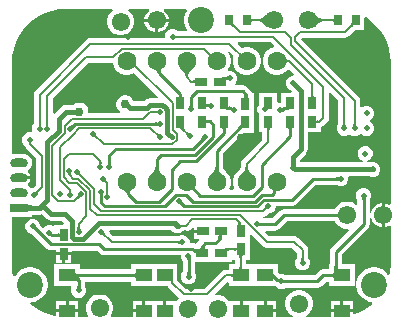
<source format=gtl>
G04*
G04 #@! TF.GenerationSoftware,Altium Limited,Altium Designer,23.10.1 (27)*
G04*
G04 Layer_Physical_Order=1*
G04 Layer_Color=255*
%FSLAX25Y25*%
%MOIN*%
G70*
G04*
G04 #@! TF.SameCoordinates,442CD837-0526-4CC3-B5C4-5EBA4434BA87*
G04*
G04*
G04 #@! TF.FilePolarity,Positive*
G04*
G01*
G75*
%ADD10C,0.01000*%
%ADD15R,0.05512X0.04331*%
%ADD16R,0.04000X0.03000*%
%ADD17R,0.02756X0.03347*%
%ADD18R,0.03000X0.04000*%
%ADD28C,0.01500*%
%ADD29C,0.00800*%
%ADD30C,0.06299*%
%ADD31C,0.06102*%
%ADD32O,0.06000X0.03000*%
%ADD33R,0.06000X0.03000*%
%ADD34C,0.08661*%
%ADD35C,0.02000*%
%ADD36C,0.03000*%
G36*
X60104Y-2285D02*
X59794Y-2750D01*
X59354Y-3811D01*
X59130Y-4938D01*
Y-6086D01*
X59354Y-7213D01*
X59794Y-8274D01*
X60026Y-8622D01*
X59790Y-9063D01*
X56998D01*
X56816Y-8881D01*
X55897Y-8500D01*
X54903D01*
X53984Y-8881D01*
X53281Y-9584D01*
X52900Y-10503D01*
Y-11463D01*
X27900D01*
X27159Y-11610D01*
X26530Y-12030D01*
X9614Y-28946D01*
X9194Y-29575D01*
X9047Y-30316D01*
Y-40086D01*
X8865Y-40268D01*
X8484Y-41187D01*
Y-42181D01*
X8632Y-42539D01*
X8249Y-42922D01*
X8197Y-42900D01*
X7203D01*
X6284Y-43281D01*
X5581Y-43984D01*
X5200Y-44903D01*
Y-45897D01*
X5581Y-46816D01*
X5943Y-47178D01*
X6016Y-47547D01*
X6436Y-48175D01*
X9963Y-51702D01*
Y-60398D01*
X9060Y-61300D01*
X8803D01*
X8154Y-61569D01*
X8121Y-61487D01*
X7640Y-60860D01*
X7165Y-60496D01*
X7114Y-59928D01*
X7302Y-59802D01*
X7855Y-58975D01*
X7949Y-58500D01*
X4000D01*
Y-57500D01*
X7949D01*
X7855Y-57025D01*
X7302Y-56198D01*
X7114Y-56072D01*
X7165Y-55504D01*
X7640Y-55140D01*
X8121Y-54513D01*
X8423Y-53783D01*
X8526Y-53000D01*
X8423Y-52217D01*
X8121Y-51487D01*
X7640Y-50860D01*
X7013Y-50380D01*
X6283Y-50077D01*
X5500Y-49974D01*
X2500D01*
X2124Y-50024D01*
X1748Y-49694D01*
Y-19340D01*
X1879Y-17346D01*
X2336Y-15047D01*
X3090Y-12827D01*
X4127Y-10724D01*
X5429Y-8775D01*
X6975Y-7012D01*
X8738Y-5466D01*
X10687Y-4164D01*
X12790Y-3127D01*
X15010Y-2373D01*
X17309Y-1916D01*
X19303Y-1785D01*
X35232D01*
X35362Y-2268D01*
X35206Y-2358D01*
X34358Y-3206D01*
X33759Y-4243D01*
X33449Y-5401D01*
Y-6599D01*
X33759Y-7757D01*
X34358Y-8794D01*
X35206Y-9642D01*
X36243Y-10241D01*
X37401Y-10551D01*
X38599D01*
X39757Y-10241D01*
X40795Y-9642D01*
X41642Y-8794D01*
X42241Y-7757D01*
X42551Y-6599D01*
Y-5401D01*
X42241Y-4243D01*
X41642Y-3206D01*
X40795Y-2358D01*
X40638Y-2268D01*
X40768Y-1785D01*
X47386D01*
X47472Y-2108D01*
X47486Y-2285D01*
X46758Y-3012D01*
X46225Y-3936D01*
X45949Y-4967D01*
Y-5000D01*
X50000D01*
X54051D01*
Y-4967D01*
X53775Y-3936D01*
X53242Y-3012D01*
X52514Y-2285D01*
X52528Y-2108D01*
X52614Y-1785D01*
X59837D01*
X60104Y-2285D01*
D02*
G37*
G36*
X109146Y-6300D02*
X109138Y-6224D01*
X109114Y-6156D01*
X109073Y-6096D01*
X109016Y-6044D01*
X108943Y-6000D01*
X108854Y-5964D01*
X108748Y-5936D01*
X108626Y-5916D01*
X108488Y-5904D01*
X108334Y-5900D01*
Y-5100D01*
X108488Y-5096D01*
X108626Y-5084D01*
X108748Y-5064D01*
X108854Y-5036D01*
X108943Y-5000D01*
X109016Y-4956D01*
X109073Y-4904D01*
X109114Y-4844D01*
X109138Y-4776D01*
X109146Y-4700D01*
Y-6300D01*
D02*
G37*
G36*
X81362Y-4776D02*
X81386Y-4844D01*
X81427Y-4904D01*
X81484Y-4956D01*
X81557Y-5000D01*
X81646Y-5036D01*
X81752Y-5064D01*
X81874Y-5084D01*
X82012Y-5096D01*
X82166Y-5100D01*
Y-5900D01*
X82012Y-5904D01*
X81874Y-5916D01*
X81752Y-5936D01*
X81646Y-5964D01*
X81557Y-6000D01*
X81484Y-6044D01*
X81427Y-6096D01*
X81386Y-6156D01*
X81362Y-6224D01*
X81354Y-6300D01*
Y-4700D01*
X81362Y-4776D01*
D02*
G37*
G36*
X116171Y-7161D02*
X116109Y-7116D01*
X116035Y-7093D01*
X115950D01*
X115854Y-7116D01*
X115747Y-7161D01*
X115628Y-7229D01*
X115498Y-7320D01*
X115356Y-7433D01*
X115040Y-7727D01*
X114474Y-7161D01*
X114632Y-6997D01*
X114881Y-6703D01*
X114972Y-6573D01*
X115040Y-6454D01*
X115085Y-6347D01*
X115107Y-6250D01*
Y-6166D01*
X115085Y-6092D01*
X115040Y-6030D01*
X116171Y-7161D01*
D02*
G37*
G36*
X103012Y-3694D02*
X103924Y-4475D01*
X104199Y-4666D01*
X104459Y-4822D01*
X104705Y-4944D01*
X104936Y-5031D01*
X105153Y-5083D01*
X105356Y-5100D01*
Y-5900D01*
X105153Y-5917D01*
X104936Y-5969D01*
X104705Y-6056D01*
X104459Y-6178D01*
X104199Y-6334D01*
X103924Y-6525D01*
X103635Y-6751D01*
X103012Y-7306D01*
X102679Y-7636D01*
Y-3364D01*
X103012Y-3694D01*
D02*
G37*
G36*
X86821Y-7636D02*
X86488Y-7306D01*
X85576Y-6525D01*
X85301Y-6334D01*
X85041Y-6178D01*
X84795Y-6056D01*
X84563Y-5969D01*
X84347Y-5917D01*
X84144Y-5900D01*
Y-5100D01*
X84347Y-5083D01*
X84563Y-5031D01*
X84795Y-4944D01*
X85041Y-4822D01*
X85301Y-4666D01*
X85576Y-4475D01*
X85865Y-4250D01*
X86488Y-3694D01*
X86821Y-3364D01*
Y-7636D01*
D02*
G37*
G36*
X75404Y-6091D02*
X75383Y-6164D01*
X75384Y-6248D01*
X75408Y-6344D01*
X75454Y-6451D01*
X75524Y-6570D01*
X75615Y-6701D01*
X75730Y-6842D01*
X76026Y-7161D01*
X75460Y-7727D01*
X75295Y-7567D01*
X75000Y-7316D01*
X74869Y-7224D01*
X74750Y-7155D01*
X74643Y-7109D01*
X74547Y-7085D01*
X74463Y-7084D01*
X74390Y-7105D01*
X74329Y-7149D01*
X75448Y-6030D01*
X75404Y-6091D01*
D02*
G37*
G36*
X93006Y-18126D02*
X93079Y-18248D01*
X93164Y-18355D01*
X93261Y-18448D01*
X93371Y-18527D01*
X93493Y-18591D01*
X93628Y-18641D01*
X93774Y-18677D01*
X93934Y-18698D01*
X94105Y-18705D01*
Y-19505D01*
X93934Y-19512D01*
X93774Y-19534D01*
X93628Y-19570D01*
X93493Y-19620D01*
X93371Y-19684D01*
X93261Y-19763D01*
X93164Y-19856D01*
X93079Y-19963D01*
X93006Y-20085D01*
X92946Y-20221D01*
Y-17990D01*
X93006Y-18126D01*
D02*
G37*
G36*
X51509Y-21881D02*
X51442Y-21948D01*
X51383Y-22029D01*
X51332Y-22124D01*
X51289Y-22233D01*
X51253Y-22356D01*
X51226Y-22494D01*
X51206Y-22645D01*
X51195Y-22811D01*
X51191Y-22991D01*
X50191D01*
X50186Y-22856D01*
X50172Y-22734D01*
X50150Y-22626D01*
X50118Y-22531D01*
X50077Y-22450D01*
X50026Y-22382D01*
X49967Y-22327D01*
X49898Y-22286D01*
X49821Y-22258D01*
X49734Y-22244D01*
X51583Y-21828D01*
X51509Y-21881D01*
D02*
G37*
G36*
X89160Y-13999D02*
X89011Y-14557D01*
X88205Y-14773D01*
X87145Y-15385D01*
X86279Y-16251D01*
X85667Y-17311D01*
X85350Y-18494D01*
Y-19718D01*
X85667Y-20900D01*
X86279Y-21961D01*
X87145Y-22826D01*
X88205Y-23438D01*
X89388Y-23755D01*
X90612D01*
X91795Y-23438D01*
X92855Y-22826D01*
X93721Y-21961D01*
X94163Y-21902D01*
X95760Y-23500D01*
X95553Y-24000D01*
X95003D01*
X94084Y-24381D01*
X93381Y-25084D01*
X93000Y-26003D01*
Y-26997D01*
X93381Y-27916D01*
X94084Y-28619D01*
X94581Y-28825D01*
X94995Y-29240D01*
X94804Y-29702D01*
X91567D01*
Y-33013D01*
X91437Y-33100D01*
X90703D01*
X90649Y-33122D01*
X90233Y-32844D01*
Y-29702D01*
X84233D01*
Y-33478D01*
X84127Y-33637D01*
X83981Y-33784D01*
X83901Y-33975D01*
X83849Y-34053D01*
X83831Y-34145D01*
X83600Y-34703D01*
Y-35697D01*
X83981Y-36616D01*
X84233Y-36869D01*
Y-42898D01*
X85296D01*
Y-45364D01*
X78630Y-52030D01*
X78210Y-52659D01*
X78063Y-53400D01*
Y-54465D01*
X78035Y-54539D01*
X77970Y-54668D01*
X77866Y-54841D01*
X77740Y-55021D01*
X77013Y-55867D01*
X76709Y-56174D01*
X76629Y-56296D01*
X76279Y-56645D01*
X75667Y-57705D01*
X75350Y-58888D01*
Y-60112D01*
X75667Y-61294D01*
X75802Y-61528D01*
X75552Y-61961D01*
X74448D01*
X74198Y-61528D01*
X74333Y-61294D01*
X74650Y-60112D01*
Y-58888D01*
X74333Y-57705D01*
X73721Y-56645D01*
X73372Y-56297D01*
X73293Y-56177D01*
X73001Y-55880D01*
X72521Y-55334D01*
X72360Y-55122D01*
X72228Y-54923D01*
X72133Y-54757D01*
X72073Y-54627D01*
X72043Y-54540D01*
X72039Y-54524D01*
Y-49845D01*
X78885Y-42998D01*
X82600D01*
Y-36802D01*
Y-29802D01*
X81730D01*
X81671Y-29507D01*
X81229Y-28845D01*
X80142Y-27758D01*
X79480Y-27316D01*
X78700Y-27161D01*
X76382D01*
X76175Y-26661D01*
X76519Y-26316D01*
X76900Y-25397D01*
Y-24403D01*
X76519Y-23484D01*
X75816Y-22781D01*
X74897Y-22400D01*
X73988D01*
X73811Y-22149D01*
X73734Y-21938D01*
X74333Y-20900D01*
X74650Y-19718D01*
Y-18494D01*
X74333Y-17311D01*
X73721Y-16251D01*
X74090Y-15935D01*
X75625Y-17470D01*
X75350Y-18494D01*
Y-19718D01*
X75667Y-20900D01*
X76279Y-21961D01*
X77145Y-22826D01*
X78205Y-23438D01*
X79388Y-23755D01*
X80612D01*
X81795Y-23438D01*
X82855Y-22826D01*
X83721Y-21961D01*
X84333Y-20900D01*
X84650Y-19718D01*
Y-18494D01*
X84333Y-17311D01*
X83721Y-16251D01*
X82855Y-15385D01*
X81795Y-14773D01*
X80612Y-14456D01*
X79388D01*
X78364Y-14730D01*
X77033Y-13399D01*
X77225Y-12937D01*
X88098D01*
X89160Y-13999D01*
D02*
G37*
G36*
X61862Y-21701D02*
X61050Y-22646D01*
X60851Y-22930D01*
X60689Y-23199D01*
X60562Y-23452D01*
X60472Y-23690D01*
X60418Y-23912D01*
X60400Y-24119D01*
X59600D01*
X59582Y-23912D01*
X59528Y-23690D01*
X59438Y-23452D01*
X59311Y-23199D01*
X59149Y-22930D01*
X58950Y-22646D01*
X58716Y-22346D01*
X58138Y-21701D01*
X57795Y-21355D01*
X62205D01*
X61862Y-21701D01*
D02*
G37*
G36*
X73686Y-24501D02*
X73886Y-24500D01*
Y-25300D01*
X73733Y-25304D01*
X73686Y-25308D01*
Y-25600D01*
X73625Y-25543D01*
X73560Y-25492D01*
X73490Y-25447D01*
X73416Y-25408D01*
X73340Y-25376D01*
X73279Y-25400D01*
X73206Y-25444D01*
X73149Y-25496D01*
X73108Y-25556D01*
X73083Y-25624D01*
X73074Y-25700D01*
X73078Y-25312D01*
X73078Y-25312D01*
X72983Y-25303D01*
X72883Y-25300D01*
Y-24500D01*
X72983Y-24497D01*
X73078Y-24488D01*
X73169Y-24473D01*
X73256Y-24452D01*
X73338Y-24425D01*
X73416Y-24392D01*
X73490Y-24353D01*
X73560Y-24308D01*
X73625Y-24257D01*
X73686Y-24200D01*
Y-24501D01*
D02*
G37*
G36*
X62926Y-26800D02*
X62917Y-26724D01*
X62893Y-26656D01*
X62853Y-26596D01*
X62796Y-26544D01*
X62723Y-26500D01*
X62633Y-26464D01*
X62528Y-26436D01*
X62406Y-26416D01*
X62268Y-26404D01*
X62114Y-26400D01*
Y-25600D01*
X62268Y-25596D01*
X62406Y-25584D01*
X62528Y-25564D01*
X62633Y-25536D01*
X62723Y-25500D01*
X62796Y-25456D01*
X62853Y-25404D01*
X62893Y-25344D01*
X62917Y-25276D01*
X62926Y-25200D01*
Y-26800D01*
D02*
G37*
G36*
X102304Y-30568D02*
X102316Y-30706D01*
X102336Y-30828D01*
X102364Y-30933D01*
X102400Y-31023D01*
X102444Y-31096D01*
X102496Y-31152D01*
X102556Y-31193D01*
X102624Y-31218D01*
X102700Y-31226D01*
X101100D01*
X101176Y-31218D01*
X101244Y-31193D01*
X101304Y-31152D01*
X101356Y-31096D01*
X101400Y-31023D01*
X101436Y-30933D01*
X101464Y-30828D01*
X101484Y-30706D01*
X101496Y-30568D01*
X101500Y-30414D01*
X102300D01*
X102304Y-30568D01*
D02*
G37*
G36*
X58405Y-30406D02*
X58420Y-30578D01*
X58445Y-30730D01*
X58480Y-30861D01*
X58525Y-30973D01*
X58580Y-31064D01*
X58645Y-31135D01*
X58720Y-31185D01*
X58805Y-31215D01*
X58900Y-31226D01*
X56900D01*
X56995Y-31215D01*
X57080Y-31185D01*
X57155Y-31135D01*
X57220Y-31064D01*
X57275Y-30973D01*
X57320Y-30861D01*
X57355Y-30730D01*
X57380Y-30578D01*
X57395Y-30406D01*
X57400Y-30214D01*
X58400D01*
X58405Y-30406D01*
D02*
G37*
G36*
X80292Y-30506D02*
X80307Y-30678D01*
X80332Y-30830D01*
X80367Y-30961D01*
X80412Y-31073D01*
X80467Y-31164D01*
X80532Y-31234D01*
X80607Y-31285D01*
X80692Y-31315D01*
X80787Y-31326D01*
X78787D01*
X78882Y-31315D01*
X78967Y-31285D01*
X79042Y-31234D01*
X79107Y-31164D01*
X79162Y-31073D01*
X79207Y-30961D01*
X79242Y-30830D01*
X79267Y-30678D01*
X79282Y-30506D01*
X79287Y-30314D01*
X80287D01*
X80292Y-30506D01*
D02*
G37*
G36*
X35667Y-20900D02*
X36279Y-21961D01*
X37145Y-22826D01*
X38205Y-23438D01*
X39388Y-23755D01*
X40612D01*
X41795Y-23438D01*
X42495Y-23034D01*
X50454Y-30994D01*
X50263Y-31456D01*
X47817D01*
X46939Y-31631D01*
X46194Y-32128D01*
X45916Y-32406D01*
X42313D01*
X42296Y-32342D01*
X41901Y-31658D01*
X41342Y-31099D01*
X40658Y-30704D01*
X39895Y-30500D01*
X39105D01*
X38342Y-30704D01*
X37658Y-31099D01*
X37099Y-31658D01*
X36704Y-32342D01*
X36500Y-33105D01*
Y-33895D01*
X36704Y-34658D01*
X37099Y-35342D01*
X37658Y-35901D01*
X37881Y-36029D01*
X37747Y-36529D01*
X27356D01*
X27253Y-36395D01*
Y-35605D01*
X27049Y-34842D01*
X26654Y-34158D01*
X26095Y-33599D01*
X25411Y-33204D01*
X24648Y-33000D01*
X23858D01*
X23095Y-33204D01*
X22411Y-33599D01*
X22304Y-33706D01*
X19900D01*
X19022Y-33880D01*
X18278Y-34378D01*
X15980Y-36676D01*
X15480Y-36468D01*
Y-31421D01*
X27159Y-19743D01*
X35357D01*
X35667Y-20900D01*
D02*
G37*
G36*
X62002Y-33791D02*
X62020Y-33983D01*
X62036Y-34068D01*
X62056Y-34145D01*
X62081Y-34215D01*
X62110Y-34277D01*
X62144Y-34332D01*
X62182Y-34380D01*
X62225Y-34419D01*
X60832Y-34559D01*
X60864Y-34516D01*
X60892Y-34465D01*
X60918Y-34407D01*
X60940Y-34341D01*
X60958Y-34269D01*
X60973Y-34189D01*
X60985Y-34103D01*
X60998Y-33908D01*
X61000Y-33800D01*
X62000Y-33683D01*
X62002Y-33791D01*
D02*
G37*
G36*
X66731Y-32997D02*
X66761Y-33082D01*
X66811Y-33157D01*
X66881Y-33222D01*
X66971Y-33277D01*
X67081Y-33322D01*
X67211Y-33357D01*
X67361Y-33382D01*
X67418Y-33387D01*
X67637Y-33372D01*
X67697Y-33361D01*
X67749Y-33349D01*
X67792Y-33334D01*
X67827Y-33319D01*
X67721Y-33658D01*
Y-34402D01*
X67531Y-34407D01*
X67486Y-34411D01*
X67409Y-34655D01*
X67379Y-34607D01*
X67340Y-34564D01*
X67293Y-34526D01*
X67237Y-34493D01*
X67172Y-34465D01*
X67159Y-34461D01*
X67081Y-34482D01*
X66971Y-34527D01*
X66881Y-34582D01*
X66811Y-34647D01*
X66761Y-34722D01*
X66731Y-34807D01*
X66721Y-34902D01*
Y-34402D01*
X66720Y-34402D01*
X66721Y-34400D01*
Y-32902D01*
X66731Y-32997D01*
D02*
G37*
G36*
X92581Y-35468D02*
X92128Y-35973D01*
X91592Y-34680D01*
X91644Y-34697D01*
X91699Y-34703D01*
X91757Y-34699D01*
X91818Y-34686D01*
X91882Y-34662D01*
X91948Y-34628D01*
X92018Y-34584D01*
X92090Y-34529D01*
X92165Y-34465D01*
X92243Y-34391D01*
X92581Y-35468D01*
D02*
G37*
G36*
X74060Y-34140D02*
X74078Y-34153D01*
X74107Y-34164D01*
X74147Y-34174D01*
X74199Y-34183D01*
X74262Y-34189D01*
X74521Y-34201D01*
X74631Y-34202D01*
Y-35202D01*
X74055Y-35190D01*
Y-34125D01*
X74060Y-34140D01*
D02*
G37*
G36*
X66731Y-38402D02*
X66758Y-38475D01*
X66805Y-38539D01*
X66869Y-38594D01*
X66953Y-38641D01*
X67055Y-38679D01*
X67175Y-38709D01*
X67314Y-38730D01*
X67472Y-38743D01*
X67647Y-38748D01*
Y-39748D01*
X67472Y-39752D01*
X67314Y-39765D01*
X67175Y-39786D01*
X67055Y-39816D01*
X66953Y-39854D01*
X66869Y-39901D01*
X66805Y-39956D01*
X66758Y-40020D01*
X66731Y-40093D01*
X66721Y-40174D01*
Y-38321D01*
X66731Y-38402D01*
D02*
G37*
G36*
X103384Y-38674D02*
X103409Y-38742D01*
X103449Y-38802D01*
X103506Y-38854D01*
X103579Y-38898D01*
X103668Y-38934D01*
X103774Y-38962D01*
X103896Y-38982D01*
X104034Y-38994D01*
X104188Y-38998D01*
Y-39798D01*
X104034Y-39802D01*
X103896Y-39814D01*
X103774Y-39834D01*
X103668Y-39862D01*
X103579Y-39898D01*
X103506Y-39942D01*
X103449Y-39994D01*
X103409Y-40054D01*
X103384Y-40122D01*
X103376Y-40198D01*
Y-38598D01*
X103384Y-38674D01*
D02*
G37*
G36*
X50286Y-40700D02*
X50243Y-40662D01*
X50193Y-40628D01*
X50136Y-40598D01*
X50072Y-40572D01*
X50000Y-40550D01*
X49921Y-40532D01*
X49835Y-40518D01*
X49742Y-40508D01*
X49534Y-40500D01*
Y-39500D01*
X49642Y-39498D01*
X49835Y-39482D01*
X49921Y-39468D01*
X50000Y-39450D01*
X50072Y-39428D01*
X50136Y-39402D01*
X50193Y-39372D01*
X50243Y-39338D01*
X50286Y-39300D01*
Y-40700D01*
D02*
G37*
G36*
X116403Y-40083D02*
X116412Y-40178D01*
X116427Y-40269D01*
X116448Y-40356D01*
X116475Y-40438D01*
X116508Y-40516D01*
X116547Y-40590D01*
X116592Y-40660D01*
X116643Y-40725D01*
X116700Y-40786D01*
X115300D01*
X115357Y-40725D01*
X115408Y-40660D01*
X115453Y-40590D01*
X115492Y-40516D01*
X115525Y-40438D01*
X115552Y-40356D01*
X115573Y-40269D01*
X115588Y-40178D01*
X115597Y-40083D01*
X115600Y-39983D01*
X116400D01*
X116403Y-40083D01*
D02*
G37*
G36*
X112903D02*
X112912Y-40178D01*
X112927Y-40269D01*
X112948Y-40356D01*
X112975Y-40438D01*
X113008Y-40516D01*
X113047Y-40590D01*
X113092Y-40660D01*
X113143Y-40725D01*
X113200Y-40786D01*
X111800D01*
X111857Y-40725D01*
X111908Y-40660D01*
X111953Y-40590D01*
X111992Y-40516D01*
X112025Y-40438D01*
X112052Y-40356D01*
X112073Y-40269D01*
X112088Y-40178D01*
X112097Y-40083D01*
X112100Y-39983D01*
X112900D01*
X112903Y-40083D01*
D02*
G37*
G36*
X22610Y-41037D02*
X22535Y-41114D01*
X22410Y-41263D01*
X22359Y-41333D01*
X22316Y-41402D01*
X22281Y-41468D01*
X22254Y-41532D01*
X22235Y-41594D01*
X22223Y-41653D01*
X22220Y-41710D01*
X21230Y-40720D01*
X21287Y-40717D01*
X21347Y-40705D01*
X21408Y-40686D01*
X21472Y-40659D01*
X21538Y-40624D01*
X21607Y-40581D01*
X21677Y-40530D01*
X21750Y-40471D01*
X21903Y-40330D01*
X22610Y-41037D01*
D02*
G37*
G36*
X87957Y-41383D02*
X87889Y-41407D01*
X87829Y-41447D01*
X87777Y-41504D01*
X87733Y-41577D01*
X87697Y-41667D01*
X87669Y-41772D01*
X87649Y-41894D01*
X87637Y-42032D01*
X87633Y-42186D01*
X86833D01*
X86829Y-42032D01*
X86817Y-41894D01*
X86797Y-41772D01*
X86769Y-41667D01*
X86733Y-41577D01*
X86689Y-41504D01*
X86637Y-41447D01*
X86577Y-41407D01*
X86509Y-41383D01*
X86433Y-41374D01*
X88033D01*
X87957Y-41383D01*
D02*
G37*
G36*
X59388Y-41386D02*
X59292Y-41392D01*
X59218Y-41409D01*
X59166Y-41437D01*
X59136Y-41477D01*
X59127Y-41528D01*
X59141Y-41590D01*
X59178Y-41664D01*
X59236Y-41748D01*
X59316Y-41845D01*
X59418Y-41952D01*
X58569Y-42235D01*
X58401Y-42072D01*
X58082Y-41797D01*
X57931Y-41686D01*
X57787Y-41591D01*
X57648Y-41513D01*
X57516Y-41453D01*
X57390Y-41410D01*
X57269Y-41384D01*
X57155Y-41374D01*
X59388Y-41386D01*
D02*
G37*
G36*
X95472Y-41385D02*
X95387Y-41415D01*
X95312Y-41465D01*
X95247Y-41536D01*
X95192Y-41627D01*
X95147Y-41739D01*
X95112Y-41870D01*
X95087Y-42022D01*
X95072Y-42194D01*
X95067Y-42386D01*
X94067D01*
X94062Y-42194D01*
X94047Y-42022D01*
X94022Y-41870D01*
X93987Y-41739D01*
X93942Y-41627D01*
X93887Y-41536D01*
X93822Y-41465D01*
X93747Y-41415D01*
X93662Y-41385D01*
X93567Y-41374D01*
X95567D01*
X95472Y-41385D01*
D02*
G37*
G36*
X73472D02*
X73387Y-41415D01*
X73312Y-41465D01*
X73247Y-41536D01*
X73192Y-41627D01*
X73147Y-41739D01*
X73112Y-41870D01*
X73087Y-42022D01*
X73072Y-42194D01*
X73067Y-42386D01*
X72067D01*
X72062Y-42194D01*
X72047Y-42022D01*
X72022Y-41870D01*
X71987Y-41739D01*
X71942Y-41627D01*
X71887Y-41536D01*
X71822Y-41465D01*
X71747Y-41415D01*
X71662Y-41385D01*
X71567Y-41374D01*
X73567D01*
X73472Y-41385D01*
D02*
G37*
G36*
X121111Y-5466D02*
X122874Y-7012D01*
X124420Y-8775D01*
X125722Y-10724D01*
X126759Y-12827D01*
X127513Y-15047D01*
X127970Y-17346D01*
X128105Y-19402D01*
X128101Y-19422D01*
Y-66746D01*
X127601Y-67035D01*
X127064Y-66725D01*
X126033Y-66449D01*
X126000D01*
Y-70500D01*
Y-74551D01*
X126033D01*
X127064Y-74275D01*
X127601Y-73965D01*
X128101Y-74254D01*
Y-86961D01*
X127970Y-88954D01*
X127710Y-90260D01*
X127220Y-90358D01*
X126970Y-89984D01*
X126158Y-89172D01*
X125203Y-88534D01*
X124142Y-88094D01*
X123015Y-87870D01*
X121867D01*
X120740Y-88094D01*
X119679Y-88534D01*
X118724Y-89172D01*
X117912Y-89984D01*
X117274Y-90939D01*
X116834Y-92000D01*
X116610Y-93126D01*
Y-94275D01*
X116834Y-95402D01*
X117274Y-96463D01*
X117912Y-97418D01*
X118724Y-98230D01*
X119679Y-98868D01*
X120740Y-99307D01*
X121844Y-99527D01*
X121945Y-99685D01*
X122063Y-99999D01*
X121111Y-100835D01*
X119162Y-102137D01*
X117059Y-103174D01*
X115957Y-103548D01*
X115551Y-103257D01*
Y-102905D01*
X111795D01*
X108039D01*
Y-104516D01*
X99781D01*
X99647Y-104016D01*
X100294Y-103642D01*
X101142Y-102795D01*
X101741Y-101757D01*
X102051Y-100599D01*
Y-99401D01*
X101741Y-98243D01*
X101142Y-97206D01*
X100294Y-96358D01*
X99257Y-95759D01*
X98099Y-95449D01*
X96901D01*
X95743Y-95759D01*
X94705Y-96358D01*
X93858Y-97206D01*
X93259Y-98243D01*
X92949Y-99401D01*
Y-100599D01*
X93259Y-101757D01*
X93858Y-102795D01*
X94705Y-103642D01*
X95353Y-104016D01*
X95219Y-104516D01*
X89961D01*
Y-102905D01*
X86205D01*
Y-102406D01*
X85705D01*
Y-99240D01*
X82449D01*
Y-99240D01*
X82051D01*
Y-99240D01*
X78795D01*
Y-102406D01*
X77795D01*
Y-99240D01*
X74539D01*
X74138Y-99002D01*
X73295Y-98158D01*
X72257Y-97559D01*
X71099Y-97249D01*
X69901D01*
X69864Y-97259D01*
X69614Y-96826D01*
X73539Y-92901D01*
X74039Y-93108D01*
Y-94260D01*
X89724D01*
X90182Y-94718D01*
X91101Y-95098D01*
X92096D01*
X93015Y-94718D01*
X93095Y-94638D01*
X103596D01*
X104377Y-94482D01*
X105038Y-94040D01*
X106445Y-92634D01*
X107539D01*
Y-94260D01*
X116051D01*
Y-86929D01*
X111834D01*
Y-83550D01*
X120442Y-74942D01*
X120884Y-74280D01*
X121039Y-73500D01*
X121039Y-73500D01*
Y-71436D01*
X121539Y-71371D01*
X121725Y-72064D01*
X122258Y-72988D01*
X123012Y-73742D01*
X123936Y-74275D01*
X124967Y-74551D01*
X125000D01*
Y-70500D01*
Y-66449D01*
X124967D01*
X123936Y-66725D01*
X123012Y-67258D01*
X122258Y-68012D01*
X121725Y-68936D01*
X121539Y-69629D01*
X121039Y-69564D01*
Y-65496D01*
X121119Y-65416D01*
X121500Y-64497D01*
Y-63503D01*
X121119Y-62584D01*
X120416Y-61881D01*
X119497Y-61500D01*
X118503D01*
X117584Y-61881D01*
X116881Y-62584D01*
X116500Y-63503D01*
Y-64497D01*
X116881Y-65416D01*
X116961Y-65496D01*
Y-66871D01*
X116499Y-67062D01*
X116295Y-66858D01*
X115257Y-66259D01*
X114099Y-65949D01*
X112901D01*
X111743Y-66259D01*
X110705Y-66858D01*
X109858Y-67706D01*
X109422Y-68461D01*
X92500D01*
X91720Y-68616D01*
X91058Y-69058D01*
X88555Y-71561D01*
X85481D01*
X85404Y-71469D01*
X85516Y-71126D01*
X85626Y-70958D01*
X86309Y-70822D01*
X86938Y-70402D01*
X87540Y-69800D01*
X87797D01*
X88716Y-69419D01*
X89419Y-68716D01*
X89800Y-67797D01*
Y-67339D01*
X95200D01*
X95980Y-67184D01*
X96642Y-66742D01*
X102943Y-60441D01*
X109905D01*
X109985Y-60521D01*
X110904Y-60902D01*
X111899D01*
X112818Y-60521D01*
X113521Y-59818D01*
X113902Y-58899D01*
Y-57904D01*
X114173Y-57498D01*
X121104D01*
X121601Y-57704D01*
X122596D01*
X123515Y-57323D01*
X124218Y-56620D01*
X124598Y-55701D01*
Y-54706D01*
X124218Y-53787D01*
X123515Y-53084D01*
X122596Y-52703D01*
X121601D01*
X121104Y-52909D01*
X120316D01*
X120216Y-52409D01*
X120916Y-52119D01*
X121619Y-51416D01*
X122000Y-50497D01*
Y-49503D01*
X121619Y-48584D01*
X120916Y-47881D01*
X119997Y-47500D01*
X119003D01*
X118084Y-47881D01*
X117381Y-48584D01*
X117000Y-49503D01*
Y-50497D01*
X117381Y-51416D01*
X118084Y-52119D01*
X118784Y-52409D01*
X118684Y-52909D01*
X97694D01*
Y-52050D01*
X99722Y-50022D01*
X100220Y-49278D01*
X100394Y-48400D01*
Y-42898D01*
X104900D01*
Y-41197D01*
X104943Y-41188D01*
X105571Y-40768D01*
X106970Y-39370D01*
X107390Y-38741D01*
X107537Y-38000D01*
Y-29826D01*
X107999Y-29634D01*
X110563Y-32198D01*
Y-39902D01*
X110381Y-40084D01*
X110000Y-41003D01*
Y-41997D01*
X110381Y-42916D01*
X111084Y-43619D01*
X112003Y-44000D01*
X112997D01*
X113916Y-43619D01*
X114250Y-43286D01*
X114584Y-43619D01*
X115503Y-44000D01*
X116497D01*
X117416Y-43619D01*
X118000Y-43036D01*
X118584Y-43619D01*
X119503Y-44000D01*
X120497D01*
X121416Y-43619D01*
X122119Y-42916D01*
X122500Y-41997D01*
Y-41003D01*
X122119Y-40084D01*
X121416Y-39381D01*
X121101Y-39250D01*
Y-38750D01*
X121416Y-38619D01*
X122119Y-37916D01*
X122500Y-36997D01*
Y-36003D01*
X122119Y-35084D01*
X121416Y-34381D01*
X120497Y-34000D01*
X119503D01*
X118584Y-34381D01*
X118399Y-34565D01*
X117937Y-34374D01*
Y-32350D01*
X117790Y-31609D01*
X117370Y-30980D01*
X98245Y-11855D01*
X98711Y-11388D01*
X112750D01*
X113491Y-11241D01*
X114119Y-10821D01*
X116256Y-8685D01*
X116268Y-8673D01*
X119283D01*
Y-4775D01*
X119724Y-4540D01*
X121111Y-5466D01*
D02*
G37*
G36*
X60283Y-42813D02*
X60357Y-42874D01*
X60432Y-42928D01*
X60508Y-42974D01*
X60585Y-43013D01*
X60664Y-43045D01*
X60743Y-43070D01*
X60824Y-43087D01*
X60907Y-43097D01*
X60990Y-43100D01*
X60000Y-44090D01*
X59997Y-44007D01*
X59987Y-43924D01*
X59970Y-43843D01*
X59945Y-43764D01*
X59913Y-43685D01*
X59874Y-43608D01*
X59828Y-43532D01*
X59774Y-43457D01*
X59713Y-43383D01*
X59645Y-43310D01*
X60211Y-42745D01*
X60283Y-42813D01*
D02*
G37*
G36*
X65990Y-45500D02*
X65933Y-45503D01*
X65873Y-45515D01*
X65812Y-45534D01*
X65748Y-45561D01*
X65682Y-45596D01*
X65613Y-45639D01*
X65543Y-45690D01*
X65470Y-45749D01*
X65317Y-45890D01*
X64610Y-45183D01*
X64684Y-45106D01*
X64810Y-44957D01*
X64861Y-44887D01*
X64904Y-44818D01*
X64939Y-44752D01*
X64966Y-44688D01*
X64985Y-44627D01*
X64997Y-44567D01*
X65000Y-44510D01*
X65990Y-45500D01*
D02*
G37*
G36*
X31703Y-52883D02*
X31712Y-52978D01*
X31727Y-53069D01*
X31748Y-53156D01*
X31775Y-53238D01*
X31808Y-53316D01*
X31847Y-53390D01*
X31892Y-53460D01*
X31943Y-53525D01*
X32000Y-53586D01*
X30600D01*
X30657Y-53525D01*
X30708Y-53460D01*
X30753Y-53390D01*
X30792Y-53316D01*
X30825Y-53238D01*
X30852Y-53156D01*
X30873Y-53069D01*
X30888Y-52978D01*
X30897Y-52883D01*
X30900Y-52784D01*
X31700D01*
X31703Y-52883D01*
D02*
G37*
G36*
X34802Y-53241D02*
X34818Y-53435D01*
X34832Y-53521D01*
X34850Y-53600D01*
X34872Y-53671D01*
X34898Y-53736D01*
X34928Y-53793D01*
X34962Y-53843D01*
X35000Y-53886D01*
X33600D01*
X33638Y-53843D01*
X33672Y-53793D01*
X33702Y-53736D01*
X33728Y-53671D01*
X33750Y-53600D01*
X33768Y-53521D01*
X33782Y-53435D01*
X33792Y-53342D01*
X33800Y-53134D01*
X34800D01*
X34802Y-53241D01*
D02*
G37*
G36*
X80418Y-54693D02*
X80472Y-54915D01*
X80562Y-55153D01*
X80689Y-55406D01*
X80851Y-55675D01*
X81050Y-55959D01*
X81284Y-56259D01*
X81862Y-56905D01*
X82205Y-57251D01*
X77795D01*
X78138Y-56905D01*
X78950Y-55959D01*
X79149Y-55675D01*
X79311Y-55406D01*
X79438Y-55153D01*
X79528Y-54915D01*
X79582Y-54693D01*
X79600Y-54486D01*
X80400D01*
X80418Y-54693D01*
D02*
G37*
G36*
X70517Y-54722D02*
X70568Y-54956D01*
X70653Y-55201D01*
X70773Y-55459D01*
X70926Y-55728D01*
X71114Y-56009D01*
X71335Y-56301D01*
X71881Y-56923D01*
X72205Y-57251D01*
X67795D01*
X68119Y-56923D01*
X68665Y-56301D01*
X68886Y-56009D01*
X69074Y-55728D01*
X69227Y-55459D01*
X69347Y-55201D01*
X69432Y-54956D01*
X69483Y-54722D01*
X69500Y-54501D01*
X70500D01*
X70517Y-54722D01*
D02*
G37*
G36*
X21462Y-56732D02*
X21459Y-56750D01*
X21457Y-56778D01*
X21451Y-56993D01*
X21449Y-57262D01*
X20649D01*
X20649Y-57187D01*
X20633Y-56927D01*
X20627Y-56898D01*
X20620Y-56876D01*
X20612Y-56862D01*
X20604Y-56855D01*
X21465Y-56725D01*
X21462Y-56732D01*
D02*
G37*
G36*
X50564Y-54512D02*
X50581Y-54731D01*
X50631Y-54963D01*
X50716Y-55209D01*
X50834Y-55467D01*
X50986Y-55739D01*
X51171Y-56024D01*
X51390Y-56323D01*
X51930Y-56958D01*
X52250Y-57296D01*
X47842Y-57206D01*
X48169Y-56887D01*
X48720Y-56281D01*
X48944Y-55994D01*
X49134Y-55717D01*
X49288Y-55451D01*
X49409Y-55195D01*
X49495Y-54950D01*
X49547Y-54715D01*
X49564Y-54491D01*
X50564Y-54512D01*
D02*
G37*
G36*
X110687Y-59102D02*
X110645Y-59064D01*
X110595Y-59030D01*
X110537Y-59000D01*
X110473Y-58974D01*
X110401Y-58952D01*
X110323Y-58934D01*
X110237Y-58920D01*
X110143Y-58910D01*
X109935Y-58902D01*
Y-57902D01*
X110043Y-57900D01*
X110237Y-57884D01*
X110323Y-57870D01*
X110401Y-57852D01*
X110473Y-57830D01*
X110537Y-57804D01*
X110595Y-57774D01*
X110645Y-57740D01*
X110687Y-57702D01*
Y-59102D01*
D02*
G37*
G36*
X21546Y-62336D02*
X21564Y-62561D01*
X21575Y-62620D01*
X21588Y-62669D01*
X21603Y-62711D01*
X21622Y-62744D01*
X21642Y-62768D01*
X21665Y-62784D01*
X20645Y-62862D01*
X20664Y-62843D01*
X20681Y-62815D01*
X20696Y-62777D01*
X20709Y-62730D01*
X20719Y-62673D01*
X20729Y-62606D01*
X20740Y-62444D01*
X20744Y-62244D01*
X21544D01*
X21546Y-62336D01*
D02*
G37*
G36*
X41476Y-62295D02*
X41384Y-62378D01*
X41303Y-62475D01*
X41232Y-62586D01*
X41173Y-62710D01*
X41124Y-62848D01*
X41086Y-63000D01*
X41059Y-63165D01*
X41043Y-63345D01*
X41038Y-63538D01*
X40038D01*
X40031Y-63379D01*
X40013Y-63235D01*
X39983Y-63105D01*
X39941Y-62990D01*
X39886Y-62888D01*
X39819Y-62802D01*
X39740Y-62729D01*
X39649Y-62671D01*
X39546Y-62627D01*
X39430Y-62598D01*
X41578Y-62226D01*
X41476Y-62295D01*
D02*
G37*
G36*
X10655Y-63011D02*
X10587Y-63083D01*
X10526Y-63157D01*
X10472Y-63232D01*
X10426Y-63308D01*
X10387Y-63385D01*
X10355Y-63464D01*
X10330Y-63543D01*
X10313Y-63624D01*
X10303Y-63707D01*
X10300Y-63790D01*
X9310Y-62800D01*
X9393Y-62797D01*
X9476Y-62787D01*
X9557Y-62770D01*
X9636Y-62745D01*
X9715Y-62713D01*
X9792Y-62674D01*
X9868Y-62628D01*
X9943Y-62574D01*
X10017Y-62513D01*
X10090Y-62445D01*
X10655Y-63011D01*
D02*
G37*
G36*
X24690Y-64600D02*
X24607Y-64603D01*
X24524Y-64613D01*
X24443Y-64630D01*
X24364Y-64655D01*
X24285Y-64687D01*
X24208Y-64726D01*
X24132Y-64772D01*
X24057Y-64826D01*
X23983Y-64887D01*
X23911Y-64955D01*
X23345Y-64389D01*
X23413Y-64317D01*
X23474Y-64243D01*
X23528Y-64168D01*
X23574Y-64092D01*
X23613Y-64015D01*
X23645Y-63936D01*
X23670Y-63857D01*
X23687Y-63776D01*
X23697Y-63693D01*
X23700Y-63610D01*
X24690Y-64600D01*
D02*
G37*
G36*
X119662Y-64757D02*
X119628Y-64807D01*
X119598Y-64864D01*
X119572Y-64929D01*
X119550Y-65000D01*
X119532Y-65079D01*
X119518Y-65165D01*
X119508Y-65258D01*
X119500Y-65466D01*
X118500D01*
X118498Y-65359D01*
X118482Y-65165D01*
X118468Y-65079D01*
X118450Y-65000D01*
X118428Y-64929D01*
X118402Y-64864D01*
X118372Y-64807D01*
X118338Y-64757D01*
X118300Y-64714D01*
X119700D01*
X119662Y-64757D01*
D02*
G37*
G36*
X7003Y-66652D02*
X7048Y-66778D01*
X7123Y-66888D01*
X7228Y-66984D01*
X7363Y-67066D01*
X7528Y-67132D01*
X7723Y-67184D01*
X7948Y-67220D01*
X8203Y-67243D01*
X8488Y-67250D01*
Y-68750D01*
X8203Y-68757D01*
X7948Y-68779D01*
X7723Y-68816D01*
X7528Y-68868D01*
X7363Y-68935D01*
X7228Y-69016D01*
X7123Y-69112D01*
X7048Y-69222D01*
X7003Y-69348D01*
X6988Y-69488D01*
Y-66512D01*
X7003Y-66652D01*
D02*
G37*
G36*
X13328Y-71772D02*
X14072Y-72269D01*
X14950Y-72444D01*
X18421D01*
X19177Y-73200D01*
X18970Y-73700D01*
X16000D01*
Y-73811D01*
X15500Y-74091D01*
X14797Y-73800D01*
X13803D01*
X12884Y-74181D01*
X12274Y-74790D01*
X11300Y-73816D01*
Y-73703D01*
X10919Y-72784D01*
X10216Y-72081D01*
X9297Y-71700D01*
X8303D01*
X7384Y-72081D01*
X6681Y-72784D01*
X6300Y-73703D01*
Y-74697D01*
X6681Y-75616D01*
X7384Y-76319D01*
X8303Y-76700D01*
X8416D01*
X13358Y-81642D01*
X14020Y-82084D01*
X14800Y-82239D01*
X16500D01*
Y-82798D01*
X19000D01*
X21500D01*
Y-82693D01*
X21904Y-82289D01*
X30105D01*
X31058Y-83242D01*
X31720Y-83684D01*
X32500Y-83839D01*
X58000D01*
Y-84497D01*
X58381Y-85416D01*
X58662Y-85697D01*
Y-89504D01*
X58581Y-89584D01*
X58201Y-90503D01*
Y-91497D01*
X58581Y-92416D01*
X59285Y-93119D01*
X60203Y-93500D01*
X61198D01*
X62117Y-93119D01*
X62820Y-92416D01*
X63201Y-91497D01*
Y-90503D01*
X62820Y-89584D01*
X62740Y-89504D01*
Y-86100D01*
X74998D01*
Y-85898D01*
X75000Y-85398D01*
X76063D01*
Y-86929D01*
X74039D01*
Y-88657D01*
X73106D01*
X72364Y-88805D01*
X71736Y-89225D01*
X65998Y-94963D01*
X59813D01*
X56961Y-92111D01*
Y-86929D01*
X41539D01*
Y-88555D01*
X24461D01*
Y-86929D01*
X15949D01*
Y-94260D01*
X21358D01*
X21635Y-94676D01*
X21500Y-95003D01*
Y-95997D01*
X21881Y-96916D01*
X22584Y-97619D01*
X23503Y-98000D01*
X24497D01*
X25416Y-97619D01*
X26119Y-96916D01*
X26500Y-95997D01*
Y-95003D01*
X26119Y-94084D01*
X26039Y-94004D01*
Y-92634D01*
X41539D01*
Y-94260D01*
X53651D01*
X53691Y-94320D01*
X57617Y-98246D01*
X56958Y-98905D01*
X56882Y-99037D01*
X56461Y-99240D01*
Y-99240D01*
X56461Y-99240D01*
X53205D01*
Y-102406D01*
X52205D01*
Y-99240D01*
X46295D01*
Y-102406D01*
X45795D01*
Y-102905D01*
X42039D01*
Y-104516D01*
X35092D01*
X34803Y-104016D01*
X35241Y-103257D01*
X35551Y-102099D01*
Y-100901D01*
X35241Y-99743D01*
X34642Y-98706D01*
X33795Y-97858D01*
X32757Y-97259D01*
X31599Y-96949D01*
X30401D01*
X29243Y-97259D01*
X28205Y-97858D01*
X27358Y-98706D01*
X26759Y-99743D01*
X26449Y-100901D01*
Y-102099D01*
X26759Y-103257D01*
X27197Y-104016D01*
X26908Y-104516D01*
X23961D01*
Y-102905D01*
X20205D01*
X16449D01*
Y-103820D01*
X16063Y-104137D01*
X15010Y-103928D01*
X12790Y-103174D01*
X10687Y-102137D01*
X8738Y-100835D01*
X7822Y-100031D01*
X8010Y-99532D01*
X8448D01*
X9575Y-99307D01*
X10636Y-98868D01*
X11591Y-98230D01*
X12403Y-97418D01*
X13041Y-96463D01*
X13481Y-95402D01*
X13705Y-94275D01*
Y-93126D01*
X13481Y-92000D01*
X13041Y-90939D01*
X12403Y-89984D01*
X11591Y-89172D01*
X10636Y-88534D01*
X9575Y-88094D01*
X8448Y-87870D01*
X7300D01*
X6173Y-88094D01*
X5112Y-88534D01*
X4157Y-89172D01*
X3345Y-89984D01*
X2766Y-90851D01*
X2462Y-90847D01*
X2238Y-90763D01*
X1879Y-88954D01*
X1748Y-86961D01*
Y-71000D01*
X6797D01*
X6825Y-71009D01*
X6907Y-71001D01*
X6988Y-71017D01*
X7075Y-71000D01*
X8500D01*
Y-70294D01*
X11000D01*
X11709Y-70153D01*
X13328Y-71772D01*
D02*
G37*
G36*
X78103Y-73138D02*
X78113Y-73261D01*
X78128Y-73370D01*
X78150Y-73464D01*
X78178Y-73544D01*
X78213Y-73610D01*
X78254Y-73660D01*
X78301Y-73697D01*
X78354Y-73718D01*
X78414Y-73726D01*
X76986D01*
X77046Y-73718D01*
X77099Y-73697D01*
X77146Y-73660D01*
X77187Y-73610D01*
X77222Y-73544D01*
X77250Y-73464D01*
X77272Y-73370D01*
X77288Y-73261D01*
X77297Y-73138D01*
X77300Y-73000D01*
X78100D01*
X78103Y-73138D01*
D02*
G37*
G36*
X84357Y-72938D02*
X84407Y-72972D01*
X84464Y-73002D01*
X84528Y-73028D01*
X84600Y-73050D01*
X84679Y-73068D01*
X84765Y-73082D01*
X84858Y-73092D01*
X85066Y-73100D01*
Y-74100D01*
X84958Y-74102D01*
X84765Y-74118D01*
X84679Y-74132D01*
X84600Y-74150D01*
X84528Y-74172D01*
X84464Y-74198D01*
X84407Y-74228D01*
X84357Y-74262D01*
X84314Y-74300D01*
Y-72900D01*
X84357Y-72938D01*
D02*
G37*
G36*
X24403Y-74583D02*
X24412Y-74678D01*
X24427Y-74769D01*
X24448Y-74856D01*
X24475Y-74938D01*
X24508Y-75016D01*
X24547Y-75090D01*
X24592Y-75160D01*
X24643Y-75225D01*
X24700Y-75286D01*
X23300D01*
X23357Y-75225D01*
X23408Y-75160D01*
X23453Y-75090D01*
X23492Y-75016D01*
X23525Y-74938D01*
X23552Y-74856D01*
X23573Y-74769D01*
X23588Y-74678D01*
X23597Y-74583D01*
X23600Y-74484D01*
X24400D01*
X24403Y-74583D01*
D02*
G37*
G36*
X9803Y-74267D02*
X9815Y-74326D01*
X9834Y-74388D01*
X9861Y-74452D01*
X9896Y-74518D01*
X9939Y-74587D01*
X9990Y-74657D01*
X10049Y-74730D01*
X10190Y-74883D01*
X9483Y-75590D01*
X9406Y-75516D01*
X9257Y-75390D01*
X9187Y-75339D01*
X9118Y-75296D01*
X9052Y-75261D01*
X8988Y-75234D01*
X8926Y-75215D01*
X8867Y-75203D01*
X8810Y-75200D01*
X9800Y-74210D01*
X9803Y-74267D01*
D02*
G37*
G36*
X62500Y-74693D02*
Y-75400D01*
X65500D01*
Y-76400D01*
X62500D01*
Y-78400D01*
X64063D01*
X64254Y-78862D01*
X63872Y-79244D01*
X63456Y-79867D01*
X63261Y-79935D01*
X62902Y-79997D01*
X62780Y-79916D01*
X62000Y-79761D01*
X61000D01*
Y-79003D01*
X60619Y-78084D01*
X59916Y-77381D01*
X58997Y-77000D01*
X58003D01*
X57084Y-77381D01*
X56902Y-77563D01*
X35802D01*
X34234Y-75994D01*
X34441Y-75494D01*
X54958D01*
X55584Y-76119D01*
X56503Y-76500D01*
X57497D01*
X58416Y-76119D01*
X58598Y-75937D01*
X59800D01*
X60541Y-75790D01*
X61170Y-75370D01*
X62038Y-74502D01*
X62500Y-74693D01*
D02*
G37*
G36*
X32503Y-76093D02*
X32513Y-76176D01*
X32530Y-76257D01*
X32555Y-76336D01*
X32587Y-76415D01*
X32626Y-76492D01*
X32672Y-76568D01*
X32726Y-76643D01*
X32787Y-76717D01*
X32855Y-76789D01*
X32289Y-77355D01*
X32217Y-77287D01*
X32143Y-77226D01*
X32068Y-77172D01*
X31992Y-77126D01*
X31915Y-77087D01*
X31836Y-77055D01*
X31757Y-77030D01*
X31676Y-77013D01*
X31593Y-77003D01*
X31510Y-77000D01*
X32500Y-76010D01*
X32503Y-76093D01*
D02*
G37*
G36*
X17524Y-78200D02*
X17514Y-78105D01*
X17483Y-78020D01*
X17433Y-77945D01*
X17362Y-77880D01*
X17271Y-77825D01*
X17160Y-77780D01*
X17028Y-77745D01*
X16876Y-77720D01*
X16704Y-77705D01*
X16512Y-77700D01*
Y-76700D01*
X16704Y-76695D01*
X16876Y-76680D01*
X17028Y-76655D01*
X17160Y-76620D01*
X17271Y-76575D01*
X17362Y-76520D01*
X17433Y-76455D01*
X17483Y-76380D01*
X17514Y-76295D01*
X17524Y-76200D01*
Y-78200D01*
D02*
G37*
G36*
X71831Y-77385D02*
X71759Y-77413D01*
X71695Y-77460D01*
X71639Y-77526D01*
X71592Y-77611D01*
X71554Y-77714D01*
X71524Y-77836D01*
X71503Y-77976D01*
X71490Y-78136D01*
X71486Y-78314D01*
X70486D01*
X70481Y-78136D01*
X70469Y-77976D01*
X70447Y-77836D01*
X70418Y-77714D01*
X70379Y-77611D01*
X70332Y-77526D01*
X70277Y-77460D01*
X70213Y-77413D01*
X70141Y-77385D01*
X70060Y-77376D01*
X71912D01*
X71831Y-77385D01*
D02*
G37*
G36*
X57786Y-80200D02*
X57725Y-80143D01*
X57660Y-80092D01*
X57590Y-80047D01*
X57516Y-80008D01*
X57438Y-79975D01*
X57356Y-79948D01*
X57269Y-79927D01*
X57178Y-79912D01*
X57083Y-79903D01*
X56984Y-79900D01*
Y-79100D01*
X57083Y-79097D01*
X57178Y-79088D01*
X57269Y-79073D01*
X57356Y-79052D01*
X57438Y-79025D01*
X57516Y-78992D01*
X57590Y-78953D01*
X57660Y-78908D01*
X57725Y-78857D01*
X57786Y-78800D01*
Y-80200D01*
D02*
G37*
G36*
X65819Y-80862D02*
X65831Y-81019D01*
X65853Y-81158D01*
X65882Y-81279D01*
X65921Y-81380D01*
X65968Y-81464D01*
X66023Y-81529D01*
X66087Y-81575D01*
X66159Y-81603D01*
X66240Y-81612D01*
X64388D01*
X64469Y-81603D01*
X64541Y-81575D01*
X64605Y-81529D01*
X64661Y-81464D01*
X64708Y-81380D01*
X64746Y-81279D01*
X64776Y-81158D01*
X64797Y-81019D01*
X64810Y-80862D01*
X64814Y-80686D01*
X65814D01*
X65819Y-80862D01*
D02*
G37*
G36*
X76512Y-82698D02*
X76504Y-82622D01*
X76480Y-82554D01*
X76440Y-82494D01*
X76384Y-82442D01*
X76312Y-82398D01*
X76224Y-82362D01*
X76120Y-82334D01*
X76000Y-82314D01*
X75864Y-82302D01*
X75712Y-82298D01*
Y-81498D01*
X75864Y-81494D01*
X76000Y-81482D01*
X76120Y-81462D01*
X76224Y-81434D01*
X76312Y-81398D01*
X76384Y-81354D01*
X76440Y-81302D01*
X76480Y-81242D01*
X76504Y-81174D01*
X76512Y-81098D01*
Y-82698D01*
D02*
G37*
G36*
X74286Y-82298D02*
X74133Y-82302D01*
X73996Y-82314D01*
X73874Y-82334D01*
X73769Y-82362D01*
X73680Y-82398D01*
X73606Y-82442D01*
X73549Y-82494D01*
X73508Y-82554D01*
X73483Y-82622D01*
X73474Y-82698D01*
X73486Y-81612D01*
X74286Y-81498D01*
Y-82298D01*
D02*
G37*
G36*
X63326Y-83114D02*
X63317Y-83052D01*
X63291Y-82997D01*
X63249Y-82949D01*
X63191Y-82907D01*
X63115Y-82871D01*
X63024Y-82842D01*
X62915Y-82819D01*
X62790Y-82803D01*
X62648Y-82793D01*
X62490Y-82790D01*
Y-81790D01*
X62647Y-81788D01*
X63017Y-81762D01*
X63108Y-81746D01*
X63182Y-81726D01*
X63240Y-81703D01*
X63281Y-81676D01*
X63305Y-81646D01*
X63314Y-81612D01*
X63326Y-83114D01*
D02*
G37*
G36*
X78724Y-83883D02*
X78656Y-83907D01*
X78596Y-83947D01*
X78544Y-84004D01*
X78500Y-84077D01*
X78464Y-84167D01*
X78436Y-84272D01*
X78416Y-84394D01*
X78404Y-84532D01*
X78400Y-84686D01*
X77600D01*
X77596Y-84532D01*
X77584Y-84394D01*
X77564Y-84272D01*
X77536Y-84167D01*
X77500Y-84077D01*
X77456Y-84004D01*
X77404Y-83947D01*
X77344Y-83907D01*
X77276Y-83883D01*
X77200Y-83874D01*
X78800D01*
X78724Y-83883D01*
D02*
G37*
G36*
X61305Y-84601D02*
X61283Y-84650D01*
X61264Y-84707D01*
X61247Y-84771D01*
X61233Y-84843D01*
X61212Y-85009D01*
X61206Y-85103D01*
X61201Y-85313D01*
X60201Y-85554D01*
X60198Y-85447D01*
X60179Y-85256D01*
X60162Y-85172D01*
X60140Y-85097D01*
X60113Y-85030D01*
X60082Y-84970D01*
X60045Y-84919D01*
X60004Y-84876D01*
X59958Y-84840D01*
X61329Y-84559D01*
X61305Y-84601D01*
D02*
G37*
G36*
X99058Y-84965D02*
X99067Y-85060D01*
X99082Y-85151D01*
X99103Y-85237D01*
X99130Y-85320D01*
X99163Y-85398D01*
X99202Y-85472D01*
X99247Y-85541D01*
X99298Y-85606D01*
X99355Y-85667D01*
X97955D01*
X98012Y-85606D01*
X98063Y-85541D01*
X98108Y-85472D01*
X98147Y-85398D01*
X98180Y-85320D01*
X98207Y-85237D01*
X98228Y-85151D01*
X98243Y-85060D01*
X98252Y-84965D01*
X98255Y-84865D01*
X99055D01*
X99058Y-84965D01*
D02*
G37*
G36*
X110300Y-87631D02*
X110315Y-87801D01*
X110340Y-87951D01*
X110375Y-88081D01*
X110420Y-88191D01*
X110475Y-88281D01*
X110540Y-88351D01*
X110615Y-88401D01*
X110700Y-88431D01*
X110795Y-88441D01*
X109051D01*
X109097Y-88431D01*
X109139Y-88401D01*
X109176Y-88351D01*
X109207Y-88281D01*
X109234Y-88191D01*
X109256Y-88081D01*
X109273Y-87951D01*
X109293Y-87631D01*
X109295Y-87441D01*
X110295D01*
X110300Y-87631D01*
D02*
G37*
G36*
X78404Y-87793D02*
X78416Y-87929D01*
X78436Y-88049D01*
X78464Y-88153D01*
X78500Y-88241D01*
X78544Y-88313D01*
X78596Y-88369D01*
X78656Y-88409D01*
X78724Y-88433D01*
X78800Y-88441D01*
X77200D01*
X77276Y-88433D01*
X77344Y-88409D01*
X77404Y-88369D01*
X77456Y-88313D01*
X77500Y-88241D01*
X77536Y-88153D01*
X77564Y-88049D01*
X77584Y-87929D01*
X77596Y-87793D01*
X77600Y-87641D01*
X78400D01*
X78404Y-87793D01*
D02*
G37*
G36*
X109858Y-73295D02*
X110705Y-74142D01*
X111743Y-74741D01*
X112901Y-75051D01*
X113858D01*
X114065Y-75551D01*
X108353Y-81263D01*
X107911Y-81925D01*
X107756Y-82705D01*
Y-86929D01*
X107539D01*
Y-88354D01*
X107522Y-88441D01*
X107035Y-88555D01*
X105600D01*
X104820Y-88710D01*
X104158Y-89153D01*
X104158Y-89153D01*
X102752Y-90559D01*
X93095D01*
X93015Y-90479D01*
X92096Y-90098D01*
X91101D01*
X91017Y-90133D01*
X90461Y-89577D01*
Y-86929D01*
X79937D01*
Y-85398D01*
X81000D01*
Y-79202D01*
Y-77093D01*
X81462Y-76902D01*
X85330Y-80770D01*
X85959Y-81190D01*
X86700Y-81337D01*
X94998D01*
X96718Y-83058D01*
Y-84783D01*
X96536Y-84965D01*
X96155Y-85884D01*
Y-86879D01*
X96536Y-87798D01*
X97239Y-88501D01*
X98158Y-88881D01*
X99153D01*
X100071Y-88501D01*
X100775Y-87798D01*
X101155Y-86879D01*
Y-85884D01*
X100775Y-84965D01*
X100593Y-84783D01*
Y-82255D01*
X100445Y-81514D01*
X100025Y-80885D01*
X97170Y-78030D01*
X96541Y-77610D01*
X95800Y-77463D01*
X87502D01*
X86141Y-76101D01*
X86332Y-75639D01*
X89400D01*
X90180Y-75484D01*
X90842Y-75042D01*
X93345Y-72539D01*
X109422D01*
X109858Y-73295D01*
D02*
G37*
G36*
X61203Y-89641D02*
X61219Y-89835D01*
X61233Y-89921D01*
X61251Y-90000D01*
X61273Y-90071D01*
X61299Y-90136D01*
X61329Y-90193D01*
X61363Y-90243D01*
X61401Y-90286D01*
X60001D01*
X60039Y-90243D01*
X60073Y-90193D01*
X60103Y-90136D01*
X60129Y-90071D01*
X60151Y-90000D01*
X60169Y-89921D01*
X60183Y-89835D01*
X60193Y-89742D01*
X60201Y-89534D01*
X61201D01*
X61203Y-89641D01*
D02*
G37*
G36*
X75563Y-91395D02*
X75555Y-91319D01*
X75531Y-91250D01*
X75490Y-91190D01*
X75433Y-91138D01*
X75360Y-91094D01*
X75271Y-91058D01*
X75165Y-91031D01*
X75043Y-91010D01*
X74905Y-90999D01*
X74751Y-90995D01*
Y-90194D01*
X74905Y-90191D01*
X75043Y-90179D01*
X75165Y-90158D01*
X75271Y-90131D01*
X75360Y-90095D01*
X75433Y-90051D01*
X75490Y-89999D01*
X75531Y-89938D01*
X75555Y-89871D01*
X75563Y-89794D01*
Y-91395D01*
D02*
G37*
G36*
X109063Y-91594D02*
X109053Y-91500D01*
X109023Y-91414D01*
X108972Y-91339D01*
X108901Y-91274D01*
X108810Y-91220D01*
X108699Y-91175D01*
X108567Y-91140D01*
X108415Y-91114D01*
X108243Y-91100D01*
X108051Y-91094D01*
Y-90095D01*
X108243Y-90089D01*
X108415Y-90074D01*
X108567Y-90049D01*
X108699Y-90014D01*
X108810Y-89969D01*
X108901Y-89915D01*
X108972Y-89850D01*
X109023Y-89775D01*
X109053Y-89689D01*
X109063Y-89595D01*
Y-91594D01*
D02*
G37*
G36*
X43063D02*
X43053Y-91500D01*
X43023Y-91414D01*
X42972Y-91339D01*
X42901Y-91274D01*
X42810Y-91220D01*
X42699Y-91175D01*
X42567Y-91140D01*
X42415Y-91114D01*
X42243Y-91100D01*
X42051Y-91094D01*
Y-90095D01*
X42243Y-90089D01*
X42415Y-90074D01*
X42567Y-90049D01*
X42699Y-90014D01*
X42810Y-89969D01*
X42901Y-89915D01*
X42972Y-89850D01*
X43023Y-89775D01*
X43053Y-89689D01*
X43063Y-89595D01*
Y-91594D01*
D02*
G37*
G36*
X22947Y-89689D02*
X22977Y-89775D01*
X23028Y-89850D01*
X23099Y-89915D01*
X23190Y-89969D01*
X23301Y-90014D01*
X23433Y-90049D01*
X23585Y-90074D01*
X23757Y-90089D01*
X23949Y-90095D01*
Y-91094D01*
X23757Y-91100D01*
X23585Y-91114D01*
X23569Y-91117D01*
X23656Y-91209D01*
X23646Y-92613D01*
X23512Y-92486D01*
X23391Y-92387D01*
X23285Y-92316D01*
X23192Y-92274D01*
X23114Y-92261D01*
X23050Y-92276D01*
X23001Y-92320D01*
X22965Y-92392D01*
X22944Y-92493D01*
X22937Y-92623D01*
Y-91594D01*
Y-89595D01*
X22947Y-89689D01*
D02*
G37*
G36*
X91023Y-91781D02*
X90613Y-92770D01*
X90608Y-92760D01*
X90594Y-92750D01*
X90574Y-92742D01*
X90545Y-92735D01*
X90509Y-92729D01*
X90466Y-92724D01*
X90290Y-92716D01*
X90216Y-92716D01*
X90528Y-91716D01*
X91023Y-91781D01*
D02*
G37*
G36*
X92355Y-91936D02*
X92405Y-91970D01*
X92463Y-92000D01*
X92527Y-92026D01*
X92599Y-92048D01*
X92677Y-92066D01*
X92763Y-92080D01*
X92857Y-92090D01*
X93064Y-92098D01*
Y-93098D01*
X92957Y-93100D01*
X92763Y-93116D01*
X92677Y-93130D01*
X92599Y-93148D01*
X92527Y-93170D01*
X92463Y-93196D01*
X92405Y-93226D01*
X92355Y-93260D01*
X92313Y-93298D01*
Y-91898D01*
X92355Y-91936D01*
D02*
G37*
G36*
X24502Y-94142D02*
X24518Y-94335D01*
X24532Y-94421D01*
X24550Y-94500D01*
X24572Y-94572D01*
X24598Y-94636D01*
X24628Y-94693D01*
X24662Y-94743D01*
X24700Y-94786D01*
X23300D01*
X23338Y-94743D01*
X23372Y-94693D01*
X23402Y-94636D01*
X23428Y-94572D01*
X23450Y-94500D01*
X23468Y-94421D01*
X23482Y-94335D01*
X23492Y-94242D01*
X23500Y-94034D01*
X24500D01*
X24502Y-94142D01*
D02*
G37*
%LPC*%
G36*
X54051Y-6000D02*
X50500D01*
Y-9551D01*
X50533D01*
X51564Y-9275D01*
X52487Y-8742D01*
X53242Y-7987D01*
X53775Y-7064D01*
X54051Y-6033D01*
Y-6000D01*
D02*
G37*
G36*
X49500D02*
X45949D01*
Y-6033D01*
X46225Y-7064D01*
X46758Y-7987D01*
X47513Y-8742D01*
X48436Y-9275D01*
X49467Y-9551D01*
X49500D01*
Y-6000D01*
D02*
G37*
G36*
X89961Y-99240D02*
X86705D01*
Y-101906D01*
X89961D01*
Y-99240D01*
D02*
G37*
G36*
X115551D02*
X112295D01*
Y-101906D01*
X115551D01*
Y-99240D01*
D02*
G37*
G36*
X111295D02*
X108039D01*
Y-101906D01*
X111295D01*
Y-99240D01*
D02*
G37*
G36*
X21500Y-83798D02*
X19500D01*
Y-86298D01*
X21500D01*
Y-83798D01*
D02*
G37*
G36*
X18500D02*
X16500D01*
Y-86298D01*
X18500D01*
Y-83798D01*
D02*
G37*
G36*
X23961Y-99240D02*
X20705D01*
Y-101906D01*
X23961D01*
Y-99240D01*
D02*
G37*
G36*
X45295D02*
X42039D01*
Y-101906D01*
X45295D01*
Y-99240D01*
D02*
G37*
G36*
X19705D02*
X16449D01*
Y-101906D01*
X19705D01*
Y-99240D01*
D02*
G37*
%LPD*%
D10*
X86100Y-34702D02*
X86233D01*
X85865D02*
X86100D01*
X85733Y-34833D02*
X85865Y-34702D01*
X86100D02*
Y-34533D01*
Y-35200D02*
Y-34702D01*
X86233D02*
X87233Y-33702D01*
Y-33202D01*
X31500Y-66300D02*
Y-62900D01*
X32732Y-67532D02*
X52739D01*
X31500Y-66300D02*
X32732Y-67532D01*
X56572Y-63700D02*
X59700D01*
X52739Y-67532D02*
X56572Y-63700D01*
X43000Y-66000D02*
X50700D01*
X55000Y-61700D02*
Y-55400D01*
X50700Y-66000D02*
X55000Y-61700D01*
X62000Y-66000D02*
X82943D01*
X59700Y-63700D02*
X62000Y-66000D01*
X59200Y-67500D02*
X83565D01*
X57400Y-65700D02*
X59200Y-67500D01*
X88553Y-63800D02*
X89139Y-63214D01*
X82943Y-66000D02*
X85143Y-63800D01*
X89139Y-60361D02*
X90000Y-59500D01*
X89139Y-63214D02*
Y-60361D01*
X85143Y-63800D02*
X88553D01*
X60000Y-59500D02*
X64500Y-64000D01*
X85100Y-61000D02*
Y-53650D01*
X64500Y-64000D02*
X82100D01*
X85100Y-61000D01*
X83565Y-67500D02*
X85764Y-65300D01*
X95200D01*
X102098Y-58402D01*
X14800Y-80200D02*
X21854D01*
X8800Y-74200D02*
X14800Y-80200D01*
X65314Y-83087D02*
Y-80686D01*
X65302Y-83100D02*
X65314Y-83087D01*
Y-80686D02*
X66200Y-79800D01*
X69500D01*
X70986Y-78314D01*
Y-76513D01*
X71598Y-75900D01*
X32500Y-81800D02*
X62000D01*
X21854Y-80200D02*
X21904Y-80250D01*
X30950D01*
X32500Y-81800D01*
X62000D02*
X62490Y-82290D01*
X64492D01*
X65302Y-83100D01*
X51500Y-50500D02*
X62828D01*
X50064Y-59436D02*
Y-51936D01*
X51500Y-50500D01*
X36600Y-48300D02*
X62200D01*
X34300Y-54600D02*
Y-50600D01*
X36600Y-48300D01*
X14200Y-76400D02*
X15000Y-77200D01*
X19000D01*
X62828Y-50500D02*
X68800Y-44528D01*
Y-40400D01*
X62200Y-48300D02*
X66000Y-44500D01*
X50000Y-59500D02*
X50064Y-59436D01*
X63021Y-52600D02*
X72567Y-43055D01*
X57800Y-52600D02*
X63021D01*
X55000Y-55400D02*
X57800Y-52600D01*
X79900Y-39398D02*
Y-38598D01*
X78900Y-40898D02*
X79900Y-39898D01*
Y-39398D01*
X78102Y-40898D02*
X78900D01*
X70000Y-49000D02*
X78102Y-40898D01*
X70000Y-59500D02*
Y-49000D01*
X73567Y-34702D02*
X74631D01*
X75429Y-35500D01*
X75700D01*
X72567Y-33702D02*
Y-33202D01*
Y-33702D02*
X73567Y-34702D01*
X72567Y-43055D02*
Y-39398D01*
X105600Y-90595D02*
X109795D01*
X91598Y-92598D02*
X103596D01*
X105600Y-90595D01*
X61500Y-35100D02*
Y-31100D01*
Y-35100D02*
X61600Y-35200D01*
X63400Y-29200D02*
X78700D01*
X61500Y-31100D02*
X63400Y-29200D01*
X78700D02*
X79787Y-30287D01*
Y-33089D02*
Y-30287D01*
Y-33089D02*
X79900Y-33202D01*
X93567Y-34702D02*
X94567Y-33702D01*
Y-33202D01*
X92640Y-34702D02*
X93567D01*
X91741Y-35600D02*
X92640Y-34702D01*
X91200Y-35600D02*
X91741D01*
X66233Y-33902D02*
X68002D01*
X68300Y-34200D01*
X65233Y-32902D02*
Y-32402D01*
Y-32902D02*
X66233Y-33902D01*
X85100Y-53650D02*
X94567Y-44184D01*
Y-38598D01*
X67647Y-39248D02*
X68800Y-40400D01*
X65882Y-39248D02*
X67647D01*
X65233Y-38598D02*
X65882Y-39248D01*
X57900Y-33502D02*
Y-30200D01*
X50000Y-19105D02*
X50691Y-19796D01*
Y-22991D02*
Y-19796D01*
Y-22991D02*
X57900Y-30200D01*
X83600Y-73600D02*
X89400D01*
X92500Y-70500D01*
X22940Y-40000D02*
X51000D01*
X21220Y-41720D02*
X22940Y-40000D01*
X102098Y-58402D02*
X111402D01*
X119000Y-73500D02*
Y-64000D01*
X109795Y-82705D02*
X119000Y-73500D01*
X109795Y-90595D02*
Y-82705D01*
X92500Y-70500D02*
X113500D01*
X22335Y-90595D02*
X47795D01*
X22205D02*
X22335D01*
X24000Y-92260D01*
Y-95500D02*
Y-92260D01*
X84205Y-90595D02*
X88595D01*
X90216Y-92216D01*
X91216D02*
X91598Y-92598D01*
X90216Y-92216D02*
X91216D01*
X60500Y-84000D02*
X60701Y-84201D01*
Y-91000D02*
Y-84201D01*
X40538Y-63538D02*
X43000Y-66000D01*
X40538Y-63538D02*
Y-60038D01*
X40000Y-59500D02*
X40538Y-60038D01*
D15*
X78295Y-102406D02*
D03*
X52705D02*
D03*
X78295Y-90595D02*
D03*
X52705D02*
D03*
X111795Y-102406D02*
D03*
X86205D02*
D03*
X111795Y-90595D02*
D03*
X86205D02*
D03*
X45795Y-102406D02*
D03*
X20205D02*
D03*
X45795Y-90595D02*
D03*
X20205D02*
D03*
D16*
X65302Y-83100D02*
D03*
X71498D02*
D03*
X71598Y-75900D02*
D03*
X65500D02*
D03*
X71098Y-26000D02*
D03*
X64902D02*
D03*
D17*
X110500Y-5500D02*
D03*
X116405D02*
D03*
X80000D02*
D03*
X74094D02*
D03*
D18*
X57900Y-39398D02*
D03*
Y-33202D02*
D03*
X101900Y-39398D02*
D03*
Y-33202D02*
D03*
X79600Y-33302D02*
D03*
Y-39498D02*
D03*
X65233Y-33202D02*
D03*
Y-39398D02*
D03*
X72567Y-33202D02*
D03*
Y-39398D02*
D03*
X87233Y-33202D02*
D03*
Y-39398D02*
D03*
X94567Y-33202D02*
D03*
Y-39398D02*
D03*
X19000Y-83298D02*
D03*
Y-77200D02*
D03*
X78000Y-81898D02*
D03*
Y-75702D02*
D03*
D28*
X30900Y-73200D02*
X56065D01*
X56865Y-74000D02*
X57000D01*
X56065Y-73200D02*
X56865Y-74000D01*
X52700Y-34500D02*
X53500Y-35300D01*
X39906Y-33500D02*
X41106Y-34700D01*
X52682Y-34500D02*
X52700D01*
X39500Y-33500D02*
X39906D01*
X41106Y-34700D02*
X46867D01*
X47817Y-33750D01*
X51932D01*
X52682Y-34500D01*
X95400Y-51100D02*
X98100Y-48400D01*
X95400Y-54700D02*
Y-51100D01*
X98100Y-48400D02*
Y-29100D01*
X95500Y-26500D02*
X98100Y-29100D01*
X19900Y-36000D02*
X24253D01*
X17400Y-38500D02*
X19900Y-36000D01*
X17400Y-42300D02*
Y-38500D01*
X13550Y-65450D02*
Y-46150D01*
X17400Y-42300D01*
X96039Y-55203D02*
X122098D01*
X95535Y-54700D02*
X96039Y-55203D01*
X95400Y-54700D02*
X95535D01*
X53500Y-43000D02*
Y-35300D01*
Y-43000D02*
X55000Y-44500D01*
X25600Y-78500D02*
X30900Y-73200D01*
X22629Y-78500D02*
X25600D01*
X21750Y-77621D02*
Y-72529D01*
Y-77621D02*
X22629Y-78500D01*
X11900Y-67100D02*
X13550Y-65450D01*
X11000Y-68000D02*
X11900Y-67100D01*
X4000Y-68000D02*
X11000D01*
X14950Y-70150D02*
X19371D01*
X11900Y-67100D02*
X14950Y-70150D01*
X19371D02*
X21750Y-72529D01*
D29*
X32500Y-46900D02*
X55287D01*
X28900Y-43300D02*
X32500Y-46900D01*
X59800Y-74000D02*
X61915Y-71885D01*
X57000Y-74000D02*
X59800D01*
X61915Y-71885D02*
X76585D01*
X19320Y-40933D02*
X21787Y-38467D01*
X45434D01*
X47900Y-36000D01*
X51000D01*
X15200Y-63900D02*
Y-47300D01*
X19320Y-43180D01*
Y-40933D01*
X13543Y-41857D02*
Y-30619D01*
X26356Y-17805D01*
X10984Y-41684D02*
Y-30316D01*
X27900Y-13400D01*
X7700Y-45400D02*
X7806Y-45506D01*
Y-46806D02*
Y-45506D01*
Y-46806D02*
X11900Y-50900D01*
Y-61200D02*
Y-50900D01*
X21980Y-43620D02*
X22007D01*
X17700Y-47900D02*
X21980Y-43620D01*
X24227Y-41400D02*
X47900D01*
X22007Y-43620D02*
X24227Y-41400D01*
X47900D02*
X51000Y-44500D01*
X56900Y-45287D02*
Y-43600D01*
X55287Y-46900D02*
X56900Y-45287D01*
X55400Y-42100D02*
X56900Y-43600D01*
X55400Y-42100D02*
Y-33200D01*
X41305Y-19105D02*
X55400Y-33200D01*
X40000Y-19105D02*
X41305D01*
X27900Y-13400D02*
X74295D01*
X80000Y-19105D01*
X88900Y-11000D02*
X105600Y-27700D01*
X55400Y-11000D02*
X88900D01*
X26356Y-17805D02*
X35573D01*
X38323Y-15056D01*
X65951D01*
X70000Y-19105D01*
X31532Y-69032D02*
X85568D01*
X87300Y-67300D01*
X23500Y-56000D02*
X26850Y-59350D01*
X29300Y-66800D02*
X31532Y-69032D01*
X29300Y-66800D02*
Y-61836D01*
X26850Y-59386D02*
X29300Y-61836D01*
X26850Y-59386D02*
Y-59350D01*
X29985Y-70585D02*
X77885D01*
X23972Y-58347D02*
X27900Y-62274D01*
Y-68500D02*
X29985Y-70585D01*
X27900Y-68500D02*
Y-62274D01*
X32300Y-58600D02*
X33600Y-59900D01*
Y-64600D02*
Y-59900D01*
X55061Y-92950D02*
Y-92360D01*
X52705Y-90595D02*
X53296D01*
X55061Y-92360D01*
Y-92950D02*
X59010Y-96900D01*
X77700Y-75402D02*
Y-73000D01*
Y-75402D02*
X78000Y-75702D01*
X76585Y-71885D02*
X77700Y-73000D01*
X77885Y-70585D02*
X86700Y-79400D01*
X24000Y-73300D02*
X26600Y-70700D01*
X24000Y-76000D02*
Y-73300D01*
X9300Y-63800D02*
X11900Y-61200D01*
X15200Y-63900D02*
X17000Y-65700D01*
X17700Y-58800D02*
Y-47900D01*
Y-58800D02*
X21144Y-62244D01*
X19000Y-57887D02*
Y-51800D01*
Y-57887D02*
X20760Y-59647D01*
X20700Y-50100D02*
X28800D01*
X19000Y-51800D02*
X20700Y-50100D01*
X20900Y-55900D02*
X21049Y-56049D01*
Y-57262D02*
Y-56049D01*
Y-57262D02*
X22134Y-58347D01*
X23972D01*
X73106Y-90595D02*
X78295D01*
X66800Y-96900D02*
X73106Y-90595D01*
X59010Y-96900D02*
X66800D01*
X78000Y-90299D02*
Y-81898D01*
Y-90299D02*
X78295Y-90595D01*
X71998Y-83100D02*
X73200Y-81898D01*
X78000D01*
X71498Y-83100D02*
X71998D01*
X86700Y-79400D02*
X95800D01*
X98655Y-86382D02*
Y-82255D01*
X95800Y-79400D02*
X98655Y-82255D01*
X23434Y-59647D02*
X26600Y-62813D01*
Y-70700D02*
Y-62813D01*
X21144Y-63604D02*
Y-62244D01*
Y-63604D02*
X21220Y-63680D01*
X20760Y-59647D02*
X23434D01*
X17000Y-65700D02*
X22600D01*
X31300Y-54300D02*
Y-52600D01*
X28800Y-50100D02*
X31300Y-52600D01*
X22600Y-65700D02*
X24700Y-63600D01*
X72198Y-24900D02*
X74400D01*
X77750Y-9451D02*
X92951D01*
X74094Y-5795D02*
X77750Y-9451D01*
X104202Y-39398D02*
X105600Y-38000D01*
X101900Y-39398D02*
X104202D01*
X105600Y-38000D02*
Y-27700D01*
X101900Y-33202D02*
Y-26900D01*
X94105Y-19105D02*
X101900Y-26900D01*
X90000Y-19105D02*
X94105D01*
X80000Y-53400D02*
X87233Y-46167D01*
Y-38598D01*
X58230Y-41330D02*
X61000Y-44100D01*
X58230Y-41330D02*
Y-38928D01*
X57900Y-38598D02*
X58230Y-38928D01*
X80000Y-59500D02*
Y-53400D01*
X71098Y-26000D02*
X72198Y-24900D01*
X61400Y-26000D02*
X64902D01*
X60000Y-24600D02*
X61400Y-26000D01*
X60000Y-24600D02*
Y-19105D01*
X89172Y-18277D02*
X90000Y-19105D01*
X31500Y-76000D02*
X35000Y-79500D01*
X58500D01*
X94802Y-13698D02*
X112500Y-31396D01*
X94802Y-13698D02*
Y-11302D01*
X92951Y-9451D02*
X94802Y-11302D01*
X96150Y-12500D02*
Y-11210D01*
X97909Y-9451D02*
X112750D01*
X96150Y-11210D02*
X97909Y-9451D01*
X112750D02*
X116405Y-5795D01*
Y-5500D01*
X116000Y-41500D02*
Y-32350D01*
X96150Y-12500D02*
X116000Y-32350D01*
X112500Y-41500D02*
Y-31396D01*
X74094Y-5795D02*
Y-5500D01*
X80000D02*
X89000D01*
X100500D02*
X110500D01*
D30*
X40000Y-19106D02*
D03*
X50000D02*
D03*
X60000D02*
D03*
X70000D02*
D03*
X80000D02*
D03*
X90000D02*
D03*
Y-59500D02*
D03*
X80000D02*
D03*
X70000D02*
D03*
X60000D02*
D03*
X50000D02*
D03*
X40000D02*
D03*
D31*
X100500Y-5500D02*
D03*
X113500Y-70500D02*
D03*
X125500D02*
D03*
X60600Y-101700D02*
D03*
X31000Y-101500D02*
D03*
X38000Y-6000D02*
D03*
X50000Y-5500D02*
D03*
X70500Y-101800D02*
D03*
X97500Y-100000D02*
D03*
X89000Y-5500D02*
D03*
D32*
X4000Y-63000D02*
D03*
Y-53000D02*
D03*
Y-58000D02*
D03*
D33*
Y-68000D02*
D03*
D34*
X122441Y-93701D02*
D03*
X64961Y-5512D02*
D03*
X7874Y-93701D02*
D03*
D35*
X86100Y-35200D02*
D03*
X84700Y-23100D02*
D03*
X95400Y-54700D02*
D03*
X7700Y-45400D02*
D03*
X10984Y-41684D02*
D03*
X13543Y-41857D02*
D03*
X28900Y-43300D02*
D03*
X55400Y-11000D02*
D03*
X31500Y-62900D02*
D03*
X32300Y-58600D02*
D03*
X33600Y-64600D02*
D03*
X57400Y-65700D02*
D03*
X12600Y-82000D02*
D03*
X24000Y-76000D02*
D03*
X15000Y-97500D02*
D03*
X20900Y-55900D02*
D03*
X9300Y-63800D02*
D03*
X8800Y-74200D02*
D03*
X61500Y-95000D02*
D03*
X40500Y-11000D02*
D03*
X17700Y-63400D02*
D03*
X14300Y-76300D02*
D03*
X31300Y-54300D02*
D03*
X24700Y-63600D02*
D03*
X21220Y-63680D02*
D03*
X34300Y-54600D02*
D03*
X74400Y-24900D02*
D03*
X61600Y-35200D02*
D03*
X91200Y-35600D02*
D03*
X75700Y-35500D02*
D03*
X68300Y-34200D02*
D03*
X61000Y-44100D02*
D03*
X87300Y-67300D02*
D03*
X108500Y-51500D02*
D03*
X108700Y-32500D02*
D03*
X80800Y-96700D02*
D03*
X83900Y-81300D02*
D03*
X9100Y-86600D02*
D03*
X35600Y-76600D02*
D03*
X59600Y-76300D02*
D03*
X35400Y-22900D02*
D03*
X83600Y-73600D02*
D03*
X122098Y-55203D02*
D03*
X23500Y-56000D02*
D03*
X66000Y-44500D02*
D03*
X21220Y-41720D02*
D03*
X51000Y-36000D02*
D03*
Y-40000D02*
D03*
Y-44500D02*
D03*
X55000D02*
D03*
X119500Y-50000D02*
D03*
X120000Y-41500D02*
D03*
Y-36500D02*
D03*
X111402Y-58402D02*
D03*
X119000Y-64000D02*
D03*
X98655Y-86382D02*
D03*
X31500Y-76000D02*
D03*
X58500Y-79500D02*
D03*
X57000Y-74000D02*
D03*
X24000Y-95500D02*
D03*
X91598Y-92598D02*
D03*
X60701Y-91000D02*
D03*
X60500Y-84000D02*
D03*
X95500Y-26500D02*
D03*
X116000Y-41500D02*
D03*
X112500D02*
D03*
D36*
X78000Y-44700D02*
D03*
X24253Y-36000D02*
D03*
X39500Y-33500D02*
D03*
M02*

</source>
